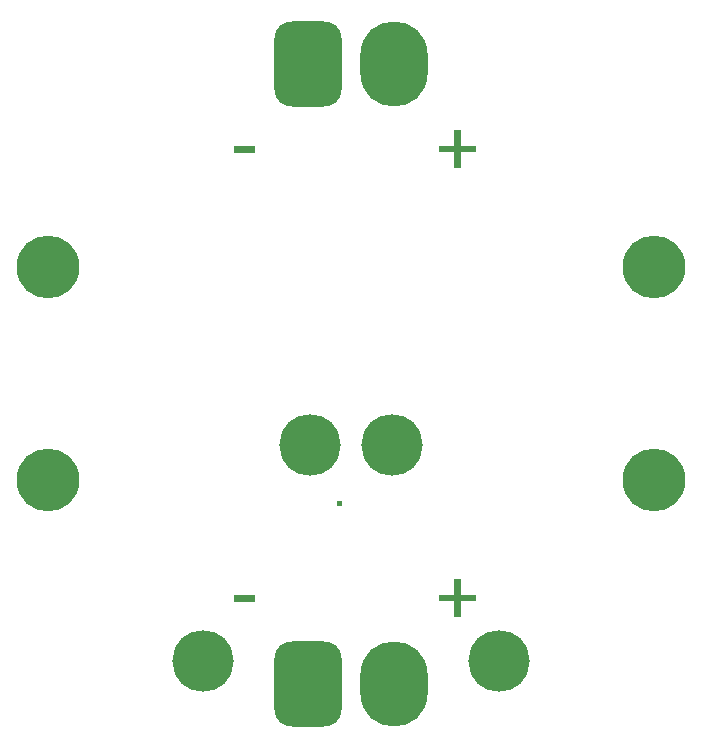
<source format=gts>
G04*
G04 #@! TF.GenerationSoftware,Altium Limited,Altium Designer,22.2.1 (43)*
G04*
G04 Layer_Color=8388736*
%FSLAX44Y44*%
%MOMM*%
G71*
G04*
G04 #@! TF.SameCoordinates,A1ADAAF1-E39F-4BBB-957B-7DD61066729D*
G04*
G04*
G04 #@! TF.FilePolarity,Negative*
G04*
G01*
G75*
G04:AMPARAMS|DCode=10|XSize=5.7032mm|YSize=7.2032mm|CornerRadius=1.4766mm|HoleSize=0mm|Usage=FLASHONLY|Rotation=0.000|XOffset=0mm|YOffset=0mm|HoleType=Round|Shape=RoundedRectangle|*
%AMROUNDEDRECTD10*
21,1,5.7032,4.2500,0,0,0.0*
21,1,2.7500,7.2032,0,0,0.0*
1,1,2.9532,1.3750,-2.1250*
1,1,2.9532,-1.3750,-2.1250*
1,1,2.9532,-1.3750,2.1250*
1,1,2.9532,1.3750,2.1250*
%
%ADD10ROUNDEDRECTD10*%
%ADD11O,5.7032X7.2032*%
%ADD12C,5.3032*%
%ADD13C,5.2032*%
G36*
X-7756Y-112245D02*
X-12244D01*
Y-107755D01*
X-7756D01*
Y-112245D01*
D02*
G37*
G36*
X-80868Y187049D02*
X-99132D01*
Y192951D01*
X-80868D01*
Y187049D01*
D02*
G37*
G36*
X92778Y192812D02*
X105833D01*
Y187326D01*
X92778D01*
Y174132D01*
X87222D01*
Y187326D01*
X74167D01*
Y192812D01*
X87222D01*
Y205868D01*
X92778D01*
Y192812D01*
D02*
G37*
G36*
Y-187188D02*
X105833D01*
Y-192674D01*
X92778D01*
Y-205868D01*
X87222D01*
Y-192674D01*
X74167D01*
Y-187188D01*
X87222D01*
Y-174132D01*
X92778D01*
Y-187188D01*
D02*
G37*
G36*
X-80868Y-192951D02*
X-99132D01*
Y-187049D01*
X-80868D01*
Y-192951D01*
D02*
G37*
D10*
X-36000Y-262500D02*
D03*
Y262500D02*
D03*
D11*
X36000Y-262500D02*
D03*
Y262500D02*
D03*
D12*
X256500Y-90000D02*
D03*
Y90000D02*
D03*
X-256500Y-90000D02*
D03*
Y90000D02*
D03*
D13*
X-35000Y-60000D02*
D03*
X35000D02*
D03*
X125000Y-243250D02*
D03*
X-125000D02*
D03*
M02*

</source>
